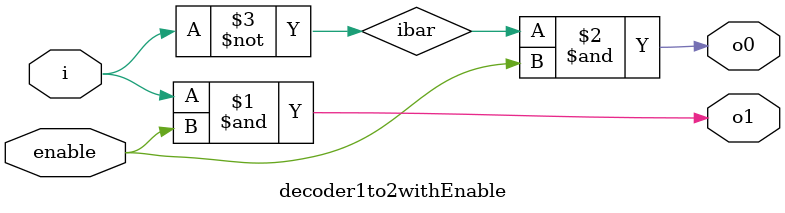
<source format=v>
/* 模組名稱：帶有Enable的1對2解碼器
   著作權宣告：copyright 2012 林博仁(pika1021@gmail.com)
   */
`timescale 1ns / 100ps

module decoder1to2withEnable(o1, o0, i, enable);
  input i, enable;
  output o1, o0;

  not inv(ibar, i);
  and and1(o1, i, enable),
      and0(o0, ibar, enable);

endmodule

</source>
